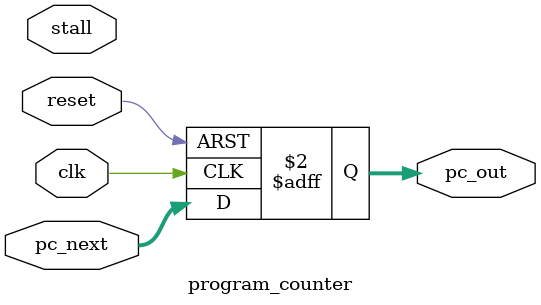
<source format=v>
module program_counter(
        input  wire        clk,
        input  wire        reset,
        input  wire        stall,
        input  wire [63:0] pc_next,
        output reg  [63:0] pc_out
);
        always @(posedge clk or posedge reset) begin
                if (reset)
                        pc_out <= 64'b0;
                 else
                        pc_out <= pc_next;
        end
endmodule


</source>
